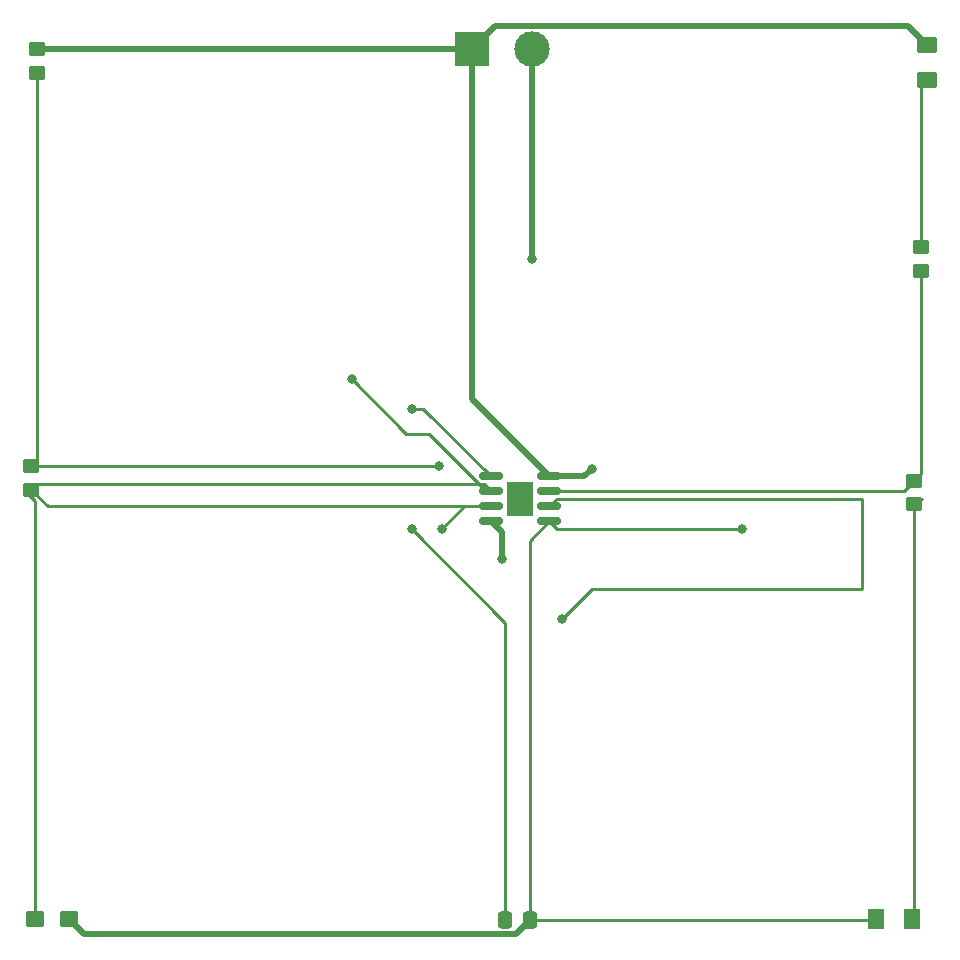
<source format=gbr>
%TF.GenerationSoftware,KiCad,Pcbnew,(6.0.10)*%
%TF.CreationDate,2023-02-17T09:18:58-08:00*%
%TF.ProjectId,PCB layout 2,50434220-6c61-4796-9f75-7420322e6b69,rev?*%
%TF.SameCoordinates,Original*%
%TF.FileFunction,Copper,L1,Top*%
%TF.FilePolarity,Positive*%
%FSLAX46Y46*%
G04 Gerber Fmt 4.6, Leading zero omitted, Abs format (unit mm)*
G04 Created by KiCad (PCBNEW (6.0.10)) date 2023-02-17 09:18:58*
%MOMM*%
%LPD*%
G01*
G04 APERTURE LIST*
G04 Aperture macros list*
%AMRoundRect*
0 Rectangle with rounded corners*
0 $1 Rounding radius*
0 $2 $3 $4 $5 $6 $7 $8 $9 X,Y pos of 4 corners*
0 Add a 4 corners polygon primitive as box body*
4,1,4,$2,$3,$4,$5,$6,$7,$8,$9,$2,$3,0*
0 Add four circle primitives for the rounded corners*
1,1,$1+$1,$2,$3*
1,1,$1+$1,$4,$5*
1,1,$1+$1,$6,$7*
1,1,$1+$1,$8,$9*
0 Add four rect primitives between the rounded corners*
20,1,$1+$1,$2,$3,$4,$5,0*
20,1,$1+$1,$4,$5,$6,$7,0*
20,1,$1+$1,$6,$7,$8,$9,0*
20,1,$1+$1,$8,$9,$2,$3,0*%
G04 Aperture macros list end*
%TA.AperFunction,SMDPad,CuDef*%
%ADD10RoundRect,0.250000X-0.450000X0.350000X-0.450000X-0.350000X0.450000X-0.350000X0.450000X0.350000X0*%
%TD*%
%TA.AperFunction,ComponentPad*%
%ADD11R,3.000000X3.000000*%
%TD*%
%TA.AperFunction,ComponentPad*%
%ADD12C,3.000000*%
%TD*%
%TA.AperFunction,SMDPad,CuDef*%
%ADD13RoundRect,0.250001X0.624999X-0.462499X0.624999X0.462499X-0.624999X0.462499X-0.624999X-0.462499X0*%
%TD*%
%TA.AperFunction,SMDPad,CuDef*%
%ADD14RoundRect,0.250000X-0.537500X-0.425000X0.537500X-0.425000X0.537500X0.425000X-0.537500X0.425000X0*%
%TD*%
%TA.AperFunction,SMDPad,CuDef*%
%ADD15RoundRect,0.250001X-0.462499X-0.624999X0.462499X-0.624999X0.462499X0.624999X-0.462499X0.624999X0*%
%TD*%
%TA.AperFunction,SMDPad,CuDef*%
%ADD16RoundRect,0.250000X-0.337500X-0.475000X0.337500X-0.475000X0.337500X0.475000X-0.337500X0.475000X0*%
%TD*%
%TA.AperFunction,SMDPad,CuDef*%
%ADD17RoundRect,0.150000X0.825000X0.150000X-0.825000X0.150000X-0.825000X-0.150000X0.825000X-0.150000X0*%
%TD*%
%TA.AperFunction,SMDPad,CuDef*%
%ADD18R,2.290000X3.000000*%
%TD*%
%TA.AperFunction,ViaPad*%
%ADD19C,0.800000*%
%TD*%
%TA.AperFunction,Conductor*%
%ADD20C,0.508000*%
%TD*%
%TA.AperFunction,Conductor*%
%ADD21C,0.254000*%
%TD*%
%TA.AperFunction,Conductor*%
%ADD22C,0.250000*%
%TD*%
G04 APERTURE END LIST*
D10*
%TO.P,R3,1*%
%TO.N,Net-(D1-Pad1)*%
X175225000Y-57420000D03*
%TO.P,R3,2*%
%TO.N,/pin_3*%
X175225000Y-59420000D03*
%TD*%
%TO.P,R1,1*%
%TO.N,+9V*%
X100350000Y-40640000D03*
%TO.P,R1,2*%
%TO.N,/pin_7*%
X100350000Y-42640000D03*
%TD*%
%TO.P,R2,1*%
%TO.N,/pin_7*%
X99865000Y-75971192D03*
%TO.P,R2,2*%
%TO.N,/pin_2*%
X99865000Y-77971192D03*
%TD*%
D11*
%TO.P,J1,1,Pin_1*%
%TO.N,+9V*%
X137160000Y-40640000D03*
D12*
%TO.P,J1,2,Pin_2*%
%TO.N,GND*%
X142240000Y-40640000D03*
%TD*%
D10*
%TO.P,R4,1*%
%TO.N,/pin_3*%
X174635000Y-77204128D03*
%TO.P,R4,2*%
%TO.N,Net-(D2-Pad2)*%
X174635000Y-79204128D03*
%TD*%
D13*
%TO.P,D1,1,K*%
%TO.N,Net-(D1-Pad1)*%
X175707500Y-43272500D03*
%TO.P,D1,2,A*%
%TO.N,+9V*%
X175707500Y-40297500D03*
%TD*%
D14*
%TO.P,C1,1*%
%TO.N,/pin_2*%
X100162500Y-114300000D03*
%TO.P,C1,2*%
%TO.N,GND*%
X103037500Y-114300000D03*
%TD*%
D15*
%TO.P,D2,1,K*%
%TO.N,GND*%
X171432500Y-114300000D03*
%TO.P,D2,2,A*%
%TO.N,Net-(D2-Pad2)*%
X174407500Y-114300000D03*
%TD*%
D16*
%TO.P,C2,1*%
%TO.N,Net-(C2-Pad1)*%
X140025000Y-114410000D03*
%TO.P,C2,2*%
%TO.N,GND*%
X142100000Y-114410000D03*
%TD*%
D17*
%TO.P,U1,1,GND*%
%TO.N,GND*%
X143740000Y-80645000D03*
%TO.P,U1,2,TR*%
%TO.N,/pin_2*%
X143740000Y-79375000D03*
%TO.P,U1,3,Q*%
%TO.N,/pin_3*%
X143740000Y-78105000D03*
%TO.P,U1,4,R*%
%TO.N,+9V*%
X143740000Y-76835000D03*
%TO.P,U1,5,CV*%
%TO.N,Net-(C2-Pad1)*%
X138790000Y-76835000D03*
%TO.P,U1,6,THR*%
%TO.N,/pin_2*%
X138790000Y-78105000D03*
%TO.P,U1,7,DIS*%
%TO.N,/pin_7*%
X138790000Y-79375000D03*
%TO.P,U1,8,VCC*%
%TO.N,+9V*%
X138790000Y-80645000D03*
D18*
%TO.P,U1,9*%
%TO.N,N/C*%
X141265000Y-78740000D03*
%TD*%
D19*
%TO.N,/pin_2*%
X127000000Y-68580000D03*
X127000000Y-68580000D03*
X144780000Y-88900000D03*
%TO.N,GND*%
X142240000Y-58420000D03*
X160020000Y-81280000D03*
%TO.N,Net-(C2-Pad1)*%
X132080000Y-81280000D03*
X132080000Y-81280000D03*
X132080000Y-71120000D03*
%TO.N,+9V*%
X139700000Y-83820000D03*
X147320000Y-76200000D03*
X147320000Y-76200000D03*
X139700000Y-83820000D03*
%TO.N,/pin_7*%
X134391192Y-75971192D03*
X134620000Y-81280000D03*
%TD*%
D20*
%TO.N,GND*%
X142240000Y-40640000D02*
X142240000Y-58420000D01*
D21*
%TO.N,/pin_2*%
X100162500Y-114300000D02*
X100162500Y-78910744D01*
X133526474Y-73221054D02*
X131641054Y-73221054D01*
X99676948Y-77517192D02*
X138202192Y-77517192D01*
X138790000Y-78105000D02*
X138410420Y-78105000D01*
X99411000Y-78159244D02*
X99411000Y-77783140D01*
X147320000Y-86360000D02*
X170180000Y-86360000D01*
X99411000Y-77783140D02*
X99676948Y-77517192D01*
X138202192Y-77517192D02*
X138790000Y-78105000D01*
X144375000Y-78740000D02*
X143740000Y-79375000D01*
X170180000Y-78740000D02*
X144375000Y-78740000D01*
X170180000Y-86360000D02*
X170180000Y-78740000D01*
X138410420Y-78105000D02*
X133526474Y-73221054D01*
X144780000Y-88900000D02*
X147320000Y-86360000D01*
X100162500Y-78910744D02*
X99411000Y-78159244D01*
X131641054Y-73221054D02*
X127000000Y-68580000D01*
%TO.N,GND*%
X142100000Y-82285000D02*
X143740000Y-80645000D01*
X142100000Y-114410000D02*
X142100000Y-82285000D01*
D20*
X103037500Y-114300000D02*
X104326500Y-115589000D01*
D21*
X160020000Y-81280000D02*
X144375000Y-81280000D01*
X142100000Y-114410000D02*
X171322500Y-114410000D01*
X171322500Y-114410000D02*
X171432500Y-114300000D01*
D20*
X140921000Y-115589000D02*
X142100000Y-114410000D01*
D21*
X144375000Y-81280000D02*
X143740000Y-80645000D01*
D20*
X104326500Y-115589000D02*
X140921000Y-115589000D01*
D21*
%TO.N,Net-(C2-Pad1)*%
X133075000Y-71120000D02*
X138790000Y-76835000D01*
X132080000Y-71120000D02*
X133075000Y-71120000D01*
X140025000Y-89225000D02*
X132080000Y-81280000D01*
X140025000Y-114410000D02*
X140025000Y-89225000D01*
D22*
%TO.N,Net-(D1-Pad1)*%
X175225000Y-43755000D02*
X175707500Y-43272500D01*
X175225000Y-57420000D02*
X175225000Y-43755000D01*
D20*
%TO.N,+9V*%
X139700000Y-81555000D02*
X138790000Y-80645000D01*
X175707500Y-40297500D02*
X174096000Y-38686000D01*
X174096000Y-38686000D02*
X139114000Y-38686000D01*
X146685000Y-76835000D02*
X147320000Y-76200000D01*
X137160000Y-70255000D02*
X143740000Y-76835000D01*
X100350000Y-40640000D02*
X137160000Y-40640000D01*
X137160000Y-40640000D02*
X137160000Y-70255000D01*
X139700000Y-83820000D02*
X139700000Y-81555000D01*
X139114000Y-38686000D02*
X137160000Y-40640000D01*
X143740000Y-76835000D02*
X146685000Y-76835000D01*
D21*
%TO.N,Net-(D2-Pad2)*%
X174795872Y-79204128D02*
X175260000Y-78740000D01*
X174635000Y-114072500D02*
X174635000Y-79204128D01*
X174407500Y-114300000D02*
X174635000Y-114072500D01*
X174635000Y-79204128D02*
X174795872Y-79204128D01*
%TO.N,/pin_7*%
X134620000Y-81280000D02*
X136525000Y-79375000D01*
X136525000Y-79375000D02*
X138790000Y-79375000D01*
X99865000Y-77971192D02*
X101268808Y-79375000D01*
X99865000Y-75971192D02*
X134391192Y-75971192D01*
X99865000Y-75971192D02*
X100350000Y-75486192D01*
X100350000Y-75486192D02*
X100350000Y-42640000D01*
X101268808Y-79375000D02*
X138790000Y-79375000D01*
%TO.N,/pin_3*%
X173734128Y-78105000D02*
X143740000Y-78105000D01*
X174635000Y-77204128D02*
X175225000Y-76614128D01*
X174635000Y-77204128D02*
X173734128Y-78105000D01*
X175225000Y-76614128D02*
X175225000Y-59420000D01*
%TD*%
M02*

</source>
